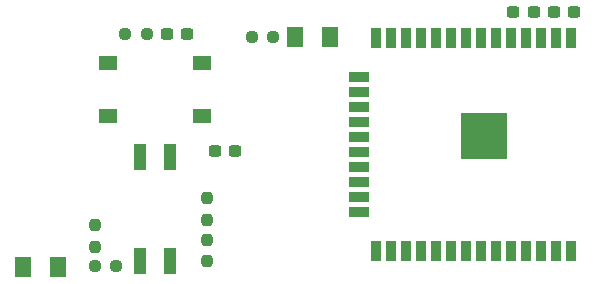
<source format=gbr>
%TF.GenerationSoftware,KiCad,Pcbnew,8.0.7*%
%TF.CreationDate,2024-12-14T18:23:45+03:00*%
%TF.ProjectId,pmod_esp32,706d6f64-5f65-4737-9033-322e6b696361,0.1*%
%TF.SameCoordinates,Original*%
%TF.FileFunction,Paste,Top*%
%TF.FilePolarity,Positive*%
%FSLAX46Y46*%
G04 Gerber Fmt 4.6, Leading zero omitted, Abs format (unit mm)*
G04 Created by KiCad (PCBNEW 8.0.7) date 2024-12-14 18:23:45*
%MOMM*%
%LPD*%
G01*
G04 APERTURE LIST*
G04 Aperture macros list*
%AMRoundRect*
0 Rectangle with rounded corners*
0 $1 Rounding radius*
0 $2 $3 $4 $5 $6 $7 $8 $9 X,Y pos of 4 corners*
0 Add a 4 corners polygon primitive as box body*
4,1,4,$2,$3,$4,$5,$6,$7,$8,$9,$2,$3,0*
0 Add four circle primitives for the rounded corners*
1,1,$1+$1,$2,$3*
1,1,$1+$1,$4,$5*
1,1,$1+$1,$6,$7*
1,1,$1+$1,$8,$9*
0 Add four rect primitives between the rounded corners*
20,1,$1+$1,$2,$3,$4,$5,0*
20,1,$1+$1,$4,$5,$6,$7,0*
20,1,$1+$1,$6,$7,$8,$9,0*
20,1,$1+$1,$8,$9,$2,$3,0*%
G04 Aperture macros list end*
%ADD10RoundRect,0.237500X0.237500X-0.250000X0.237500X0.250000X-0.237500X0.250000X-0.237500X-0.250000X0*%
%ADD11RoundRect,0.237500X0.250000X0.237500X-0.250000X0.237500X-0.250000X-0.237500X0.250000X-0.237500X0*%
%ADD12RoundRect,0.237500X0.300000X0.237500X-0.300000X0.237500X-0.300000X-0.237500X0.300000X-0.237500X0*%
%ADD13RoundRect,0.237500X-0.237500X0.250000X-0.237500X-0.250000X0.237500X-0.250000X0.237500X0.250000X0*%
%ADD14RoundRect,0.099000X-0.351000X0.751000X-0.351000X-0.751000X0.351000X-0.751000X0.351000X0.751000X0*%
%ADD15R,4.000000X4.000000*%
%ADD16RoundRect,0.099000X-0.751000X0.351000X-0.751000X-0.351000X0.751000X-0.351000X0.751000X0.351000X0*%
%ADD17RoundRect,0.237500X-0.300000X-0.237500X0.300000X-0.237500X0.300000X0.237500X-0.300000X0.237500X0*%
%ADD18RoundRect,0.250001X-0.462499X-0.624999X0.462499X-0.624999X0.462499X0.624999X-0.462499X0.624999X0*%
%ADD19R,1.100000X2.200000*%
%ADD20R,1.550000X1.300000*%
G04 APERTURE END LIST*
D10*
%TO.C,R7*%
X197700000Y-55912500D03*
X197700000Y-54087500D03*
%TD*%
D11*
%TO.C,R6*%
X199512500Y-57550000D03*
X197687500Y-57550000D03*
%TD*%
D12*
%TO.C,C3*%
X205512500Y-37900000D03*
X203787500Y-37900000D03*
%TD*%
D13*
%TO.C,R4*%
X207200000Y-55287500D03*
X207200000Y-57112500D03*
%TD*%
D12*
%TO.C,C4*%
X209562500Y-47750000D03*
X207837500Y-47750000D03*
%TD*%
D10*
%TO.C,R5*%
X207200000Y-53612500D03*
X207200000Y-51787500D03*
%TD*%
D14*
%TO.C,U1*%
X238032500Y-38220000D03*
D15*
X230622500Y-46520000D03*
D14*
X236762500Y-38220000D03*
X235492500Y-38220000D03*
X234222500Y-38220000D03*
X232952500Y-38220000D03*
X231682500Y-38220000D03*
X230412500Y-38220000D03*
X229142500Y-38220000D03*
X227872500Y-38220000D03*
X226602500Y-38220000D03*
X225332500Y-38220000D03*
X224062500Y-38220000D03*
X222792500Y-38220000D03*
X221522500Y-38220000D03*
D16*
X220022500Y-41505000D03*
X220022500Y-42775000D03*
X220022500Y-44045000D03*
X220022500Y-45315000D03*
X220022500Y-46585000D03*
X220022500Y-47855000D03*
X220022500Y-49125000D03*
X220022500Y-50395000D03*
X220022500Y-51665000D03*
X220022500Y-52935000D03*
D14*
X221522500Y-56220000D03*
X222792500Y-56220000D03*
X224062500Y-56220000D03*
X225332500Y-56220000D03*
X226602500Y-56220000D03*
X227872500Y-56220000D03*
X229142500Y-56220000D03*
X230412500Y-56220000D03*
X231682500Y-56220000D03*
X232952500Y-56220000D03*
X234222500Y-56220000D03*
X235492500Y-56220000D03*
X236762500Y-56220000D03*
X238032500Y-56220000D03*
%TD*%
D11*
%TO.C,R3*%
X202062500Y-37900000D03*
X200237500Y-37900000D03*
%TD*%
D17*
%TO.C,C2*%
X233125000Y-36050000D03*
X234850000Y-36050000D03*
%TD*%
D12*
%TO.C,C1*%
X238262500Y-36050000D03*
X236537500Y-36050000D03*
%TD*%
D18*
%TO.C,LD1*%
X191562500Y-57600000D03*
X194537500Y-57600000D03*
%TD*%
D11*
%TO.C,R1*%
X212775000Y-38150000D03*
X210950000Y-38150000D03*
%TD*%
D19*
%TO.C,S2*%
X201480000Y-57100000D03*
X204020000Y-57100000D03*
X201480000Y-48300000D03*
X204020000Y-48300000D03*
%TD*%
D18*
%TO.C,LD0*%
X214612500Y-38150000D03*
X217587500Y-38150000D03*
%TD*%
D20*
%TO.C,S1*%
X198775000Y-40350000D03*
X198775000Y-44850000D03*
X206725000Y-40350000D03*
X206725000Y-44850000D03*
%TD*%
M02*

</source>
